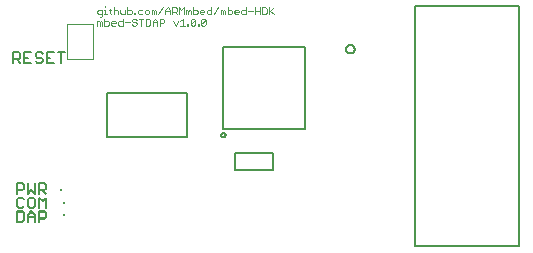
<source format=gto>
G75*
%MOIN*%
%OFA0B0*%
%FSLAX25Y25*%
%IPPOS*%
%LPD*%
%AMOC8*
5,1,8,0,0,1.08239X$1,22.5*
%
%ADD10C,0.00500*%
%ADD11C,0.00200*%
%ADD12R,0.00984X0.00984*%
%ADD13C,0.00394*%
D10*
X0031621Y0027059D02*
X0031037Y0027643D01*
X0029869Y0027643D01*
X0029286Y0027059D01*
X0029286Y0024724D01*
X0029869Y0024140D01*
X0031037Y0024140D01*
X0031621Y0024724D01*
X0034720Y0027643D02*
X0033553Y0027643D01*
X0032969Y0027059D01*
X0032969Y0024724D01*
X0033553Y0024140D01*
X0034720Y0024140D01*
X0035304Y0024724D01*
X0035304Y0027059D01*
X0034720Y0027643D01*
X0036652Y0024140D02*
X0036652Y0027643D01*
X0037819Y0026475D01*
X0038987Y0027643D01*
X0038987Y0024140D01*
X0029256Y0028880D02*
X0029256Y0032383D01*
X0031007Y0032383D01*
X0031591Y0031799D01*
X0031591Y0030631D01*
X0031007Y0030048D01*
X0029256Y0030048D01*
X0032939Y0032383D02*
X0032939Y0028880D01*
X0034106Y0030048D01*
X0035274Y0028880D01*
X0035274Y0032383D01*
X0036622Y0028880D02*
X0036622Y0032383D01*
X0038373Y0032383D01*
X0038957Y0031799D01*
X0038957Y0030631D01*
X0038373Y0030048D01*
X0036622Y0030048D01*
X0037789Y0030048D02*
X0038957Y0028880D01*
X0029286Y0022973D02*
X0029286Y0019470D01*
X0031037Y0019470D01*
X0031621Y0020054D01*
X0031621Y0022389D01*
X0031037Y0022973D01*
X0029286Y0022973D01*
X0032969Y0019470D02*
X0032969Y0021805D01*
X0034136Y0022973D01*
X0035304Y0021805D01*
X0035304Y0019470D01*
X0035304Y0021221D02*
X0032969Y0021221D01*
X0036652Y0019470D02*
X0036652Y0022973D01*
X0038403Y0022973D01*
X0038987Y0022389D01*
X0038987Y0021221D01*
X0038403Y0020638D01*
X0036652Y0020638D01*
X0029231Y0028880D02*
X0029231Y0032383D01*
X0030982Y0032383D01*
X0031566Y0031799D01*
X0031566Y0030631D01*
X0030982Y0030048D01*
X0029231Y0030048D01*
X0032914Y0032383D02*
X0032914Y0028880D01*
X0034081Y0030048D01*
X0035249Y0028880D01*
X0035249Y0032383D01*
X0036597Y0028880D02*
X0036597Y0032383D01*
X0038348Y0032383D01*
X0038932Y0031799D01*
X0038932Y0030631D01*
X0038348Y0030048D01*
X0036597Y0030048D01*
X0037764Y0030048D02*
X0038932Y0028880D01*
X0029286Y0023023D02*
X0029286Y0019520D01*
X0031037Y0019520D01*
X0031621Y0020104D01*
X0031621Y0022439D01*
X0031037Y0023023D01*
X0029286Y0023023D01*
X0032969Y0019520D02*
X0032969Y0021855D01*
X0034136Y0023023D01*
X0035304Y0021855D01*
X0035304Y0019520D01*
X0035304Y0021271D02*
X0032969Y0021271D01*
X0036652Y0019520D02*
X0036652Y0023023D01*
X0038403Y0023023D01*
X0038987Y0022439D01*
X0038987Y0021271D01*
X0038403Y0020688D01*
X0036652Y0020688D01*
X0028131Y0072530D02*
X0028131Y0076033D01*
X0029882Y0076033D01*
X0030466Y0075449D01*
X0030466Y0074281D01*
X0029882Y0073698D01*
X0028131Y0073698D01*
X0029298Y0073698D02*
X0030466Y0072530D01*
X0034149Y0076033D02*
X0031814Y0076033D01*
X0031814Y0072530D01*
X0034149Y0072530D01*
X0032981Y0074281D02*
X0031814Y0074281D01*
X0037832Y0075449D02*
X0037248Y0076033D01*
X0036081Y0076033D01*
X0035497Y0075449D01*
X0035497Y0074865D01*
X0036081Y0074281D01*
X0037248Y0074281D01*
X0037832Y0073698D01*
X0037832Y0073114D01*
X0037248Y0072530D01*
X0036081Y0072530D01*
X0035497Y0073114D01*
X0041515Y0076033D02*
X0039180Y0076033D01*
X0039180Y0072530D01*
X0041515Y0072530D01*
X0040348Y0074281D02*
X0039180Y0074281D01*
X0044031Y0072530D02*
X0044031Y0076033D01*
X0045198Y0076033D02*
X0042863Y0076033D01*
X0085846Y0047950D02*
X0059468Y0047950D01*
X0059468Y0062517D01*
X0085846Y0062517D01*
X0085846Y0047950D01*
X0097903Y0050453D02*
X0125462Y0050453D01*
X0125462Y0078012D01*
X0097903Y0078012D01*
X0097903Y0050453D01*
X0097377Y0048575D02*
X0097379Y0048629D01*
X0097385Y0048682D01*
X0097395Y0048735D01*
X0097409Y0048787D01*
X0097426Y0048838D01*
X0097448Y0048888D01*
X0097472Y0048936D01*
X0097501Y0048981D01*
X0097532Y0049025D01*
X0097567Y0049066D01*
X0097605Y0049105D01*
X0097645Y0049140D01*
X0097688Y0049173D01*
X0097734Y0049202D01*
X0097781Y0049228D01*
X0097830Y0049250D01*
X0097881Y0049268D01*
X0097933Y0049283D01*
X0097985Y0049294D01*
X0098039Y0049301D01*
X0098093Y0049304D01*
X0098146Y0049303D01*
X0098200Y0049298D01*
X0098253Y0049289D01*
X0098306Y0049276D01*
X0098357Y0049260D01*
X0098407Y0049239D01*
X0098455Y0049215D01*
X0098501Y0049188D01*
X0098545Y0049157D01*
X0098587Y0049123D01*
X0098626Y0049086D01*
X0098663Y0049046D01*
X0098696Y0049003D01*
X0098726Y0048959D01*
X0098752Y0048912D01*
X0098776Y0048863D01*
X0098795Y0048813D01*
X0098811Y0048762D01*
X0098823Y0048709D01*
X0098831Y0048656D01*
X0098835Y0048602D01*
X0098835Y0048548D01*
X0098831Y0048494D01*
X0098823Y0048441D01*
X0098811Y0048388D01*
X0098795Y0048337D01*
X0098776Y0048287D01*
X0098752Y0048238D01*
X0098726Y0048191D01*
X0098696Y0048147D01*
X0098663Y0048104D01*
X0098626Y0048064D01*
X0098587Y0048027D01*
X0098545Y0047993D01*
X0098501Y0047962D01*
X0098455Y0047935D01*
X0098407Y0047911D01*
X0098357Y0047890D01*
X0098306Y0047874D01*
X0098253Y0047861D01*
X0098200Y0047852D01*
X0098146Y0047847D01*
X0098093Y0047846D01*
X0098039Y0047849D01*
X0097985Y0047856D01*
X0097933Y0047867D01*
X0097881Y0047882D01*
X0097830Y0047900D01*
X0097781Y0047922D01*
X0097734Y0047948D01*
X0097688Y0047977D01*
X0097645Y0048010D01*
X0097605Y0048045D01*
X0097567Y0048084D01*
X0097532Y0048125D01*
X0097501Y0048169D01*
X0097472Y0048214D01*
X0097448Y0048262D01*
X0097426Y0048312D01*
X0097409Y0048363D01*
X0097395Y0048415D01*
X0097385Y0048468D01*
X0097379Y0048521D01*
X0097377Y0048575D01*
X0114630Y0036944D02*
X0102032Y0036944D01*
X0102032Y0042456D01*
X0114630Y0042456D01*
X0114630Y0036944D01*
X0162148Y0091450D02*
X0162148Y0011450D01*
X0196794Y0011450D01*
X0196794Y0091450D01*
X0162148Y0091450D01*
X0138995Y0077222D02*
X0138997Y0077298D01*
X0139003Y0077373D01*
X0139013Y0077448D01*
X0139027Y0077522D01*
X0139044Y0077595D01*
X0139066Y0077668D01*
X0139091Y0077739D01*
X0139120Y0077809D01*
X0139152Y0077877D01*
X0139188Y0077943D01*
X0139228Y0078008D01*
X0139271Y0078070D01*
X0139317Y0078130D01*
X0139366Y0078188D01*
X0139418Y0078242D01*
X0139472Y0078294D01*
X0139530Y0078343D01*
X0139590Y0078389D01*
X0139652Y0078432D01*
X0139716Y0078472D01*
X0139783Y0078508D01*
X0139851Y0078540D01*
X0139921Y0078569D01*
X0139992Y0078594D01*
X0140065Y0078616D01*
X0140138Y0078633D01*
X0140212Y0078647D01*
X0140287Y0078657D01*
X0140362Y0078663D01*
X0140438Y0078665D01*
X0140514Y0078663D01*
X0140589Y0078657D01*
X0140664Y0078647D01*
X0140738Y0078633D01*
X0140811Y0078616D01*
X0140884Y0078594D01*
X0140955Y0078569D01*
X0141025Y0078540D01*
X0141093Y0078508D01*
X0141159Y0078472D01*
X0141224Y0078432D01*
X0141286Y0078389D01*
X0141346Y0078343D01*
X0141404Y0078294D01*
X0141458Y0078242D01*
X0141510Y0078188D01*
X0141559Y0078130D01*
X0141605Y0078070D01*
X0141648Y0078008D01*
X0141688Y0077944D01*
X0141724Y0077877D01*
X0141756Y0077809D01*
X0141785Y0077739D01*
X0141810Y0077668D01*
X0141832Y0077595D01*
X0141849Y0077522D01*
X0141863Y0077448D01*
X0141873Y0077373D01*
X0141879Y0077298D01*
X0141881Y0077222D01*
X0141879Y0077146D01*
X0141873Y0077071D01*
X0141863Y0076996D01*
X0141849Y0076922D01*
X0141832Y0076849D01*
X0141810Y0076776D01*
X0141785Y0076705D01*
X0141756Y0076635D01*
X0141724Y0076567D01*
X0141688Y0076501D01*
X0141648Y0076436D01*
X0141605Y0076374D01*
X0141559Y0076314D01*
X0141510Y0076256D01*
X0141458Y0076202D01*
X0141404Y0076150D01*
X0141346Y0076101D01*
X0141286Y0076055D01*
X0141224Y0076012D01*
X0141160Y0075972D01*
X0141093Y0075936D01*
X0141025Y0075904D01*
X0140955Y0075875D01*
X0140884Y0075850D01*
X0140811Y0075828D01*
X0140738Y0075811D01*
X0140664Y0075797D01*
X0140589Y0075787D01*
X0140514Y0075781D01*
X0140438Y0075779D01*
X0140362Y0075781D01*
X0140287Y0075787D01*
X0140212Y0075797D01*
X0140138Y0075811D01*
X0140065Y0075828D01*
X0139992Y0075850D01*
X0139921Y0075875D01*
X0139851Y0075904D01*
X0139783Y0075936D01*
X0139717Y0075972D01*
X0139652Y0076012D01*
X0139590Y0076055D01*
X0139530Y0076101D01*
X0139472Y0076150D01*
X0139418Y0076202D01*
X0139366Y0076256D01*
X0139317Y0076314D01*
X0139271Y0076374D01*
X0139228Y0076436D01*
X0139188Y0076500D01*
X0139152Y0076567D01*
X0139120Y0076635D01*
X0139091Y0076705D01*
X0139066Y0076776D01*
X0139044Y0076849D01*
X0139027Y0076922D01*
X0139013Y0076996D01*
X0139003Y0077071D01*
X0138997Y0077146D01*
X0138995Y0077222D01*
D11*
X0056898Y0087963D02*
X0057282Y0087963D01*
X0057665Y0088346D01*
X0057665Y0090265D01*
X0056514Y0090265D01*
X0056131Y0089881D01*
X0056131Y0089114D01*
X0056514Y0088730D01*
X0057665Y0088730D01*
X0058433Y0090265D02*
X0058816Y0090265D01*
X0058816Y0088730D01*
X0058433Y0088730D02*
X0059200Y0088730D01*
X0058816Y0091032D02*
X0058816Y0091416D01*
X0060351Y0090648D02*
X0060351Y0089114D01*
X0060734Y0088730D01*
X0060734Y0090265D02*
X0059967Y0090265D01*
X0061502Y0091032D02*
X0061502Y0088730D01*
X0061502Y0089881D02*
X0061885Y0090265D01*
X0062653Y0090265D01*
X0063036Y0089881D01*
X0063036Y0088730D01*
X0063804Y0090265D02*
X0063804Y0089114D01*
X0064187Y0088730D01*
X0065338Y0088730D01*
X0065338Y0090265D01*
X0066106Y0091032D02*
X0066106Y0088730D01*
X0067257Y0088730D01*
X0067640Y0089114D01*
X0067640Y0089881D01*
X0067257Y0090265D01*
X0066106Y0090265D01*
X0068408Y0088730D02*
X0068408Y0089114D01*
X0068791Y0089114D01*
X0068791Y0088730D01*
X0068408Y0088730D01*
X0071093Y0090265D02*
X0069942Y0090265D01*
X0069559Y0089881D01*
X0069559Y0089114D01*
X0069942Y0088730D01*
X0071093Y0088730D01*
X0072244Y0088730D02*
X0073012Y0088730D01*
X0073395Y0089114D01*
X0073395Y0089881D01*
X0073012Y0090265D01*
X0072244Y0090265D01*
X0071861Y0089881D01*
X0071861Y0089114D01*
X0072244Y0088730D01*
X0074163Y0088730D02*
X0074163Y0090265D01*
X0074546Y0090265D01*
X0074930Y0089881D01*
X0074930Y0088730D01*
X0074930Y0089881D02*
X0075313Y0090265D01*
X0075697Y0089881D01*
X0075697Y0088730D01*
X0076464Y0088730D02*
X0077999Y0091032D01*
X0078766Y0088730D02*
X0078766Y0090265D01*
X0079534Y0091032D01*
X0080301Y0090265D01*
X0080301Y0088730D01*
X0080301Y0089881D02*
X0078766Y0089881D01*
X0081068Y0088730D02*
X0081068Y0091032D01*
X0082219Y0091032D01*
X0082603Y0090648D01*
X0082603Y0089881D01*
X0082219Y0089497D01*
X0081068Y0089497D01*
X0081836Y0089497D02*
X0082603Y0088730D01*
X0083370Y0088730D02*
X0083370Y0091032D01*
X0084138Y0090265D01*
X0084905Y0091032D01*
X0084905Y0088730D01*
X0085672Y0088730D02*
X0085672Y0090265D01*
X0086056Y0090265D01*
X0086440Y0089881D01*
X0086440Y0088730D01*
X0086440Y0089881D02*
X0086823Y0090265D01*
X0087207Y0089881D01*
X0087207Y0088730D01*
X0087974Y0091032D02*
X0087974Y0088730D01*
X0089125Y0088730D01*
X0089509Y0089114D01*
X0089509Y0089881D01*
X0089125Y0090265D01*
X0087974Y0090265D01*
X0091427Y0088730D02*
X0090660Y0088730D01*
X0090276Y0089114D01*
X0090276Y0089881D01*
X0090660Y0090265D01*
X0091427Y0090265D01*
X0091811Y0089881D01*
X0091811Y0089497D01*
X0090276Y0089497D01*
X0094113Y0091032D02*
X0094113Y0088730D01*
X0092962Y0088730D01*
X0092578Y0089114D01*
X0092578Y0089881D01*
X0092962Y0090265D01*
X0094113Y0090265D01*
X0094880Y0088730D02*
X0096415Y0091032D01*
X0097182Y0088730D02*
X0097182Y0090265D01*
X0097566Y0090265D01*
X0097949Y0089881D01*
X0097949Y0088730D01*
X0097949Y0089881D02*
X0098333Y0090265D01*
X0098717Y0089881D01*
X0098717Y0088730D01*
X0099484Y0091032D02*
X0099484Y0088730D01*
X0100635Y0088730D01*
X0101019Y0089114D01*
X0101019Y0089881D01*
X0100635Y0090265D01*
X0099484Y0090265D01*
X0102937Y0088730D02*
X0102170Y0088730D01*
X0101786Y0089114D01*
X0101786Y0089881D01*
X0102170Y0090265D01*
X0102937Y0090265D01*
X0103321Y0089881D01*
X0103321Y0089497D01*
X0101786Y0089497D01*
X0105623Y0091032D02*
X0105623Y0088730D01*
X0104472Y0088730D01*
X0104088Y0089114D01*
X0104088Y0089881D01*
X0104472Y0090265D01*
X0105623Y0090265D01*
X0106390Y0089881D02*
X0107925Y0089881D01*
X0108692Y0088730D02*
X0108692Y0091032D01*
X0108692Y0089881D02*
X0110227Y0089881D01*
X0110227Y0091032D02*
X0110227Y0088730D01*
X0110994Y0091032D02*
X0110994Y0088730D01*
X0112145Y0088730D01*
X0112528Y0089114D01*
X0112528Y0090648D01*
X0112145Y0091032D01*
X0110994Y0091032D01*
X0113296Y0091032D02*
X0113296Y0088730D01*
X0113296Y0089497D02*
X0114830Y0091032D01*
X0113679Y0089881D02*
X0114830Y0088730D01*
X0056131Y0084980D02*
X0056131Y0086515D01*
X0056514Y0086515D01*
X0056898Y0086131D01*
X0056898Y0084980D01*
X0056898Y0086131D02*
X0057282Y0086515D01*
X0057665Y0086131D01*
X0057665Y0084980D01*
X0058433Y0087282D02*
X0058433Y0084980D01*
X0059583Y0084980D01*
X0059967Y0085364D01*
X0059967Y0086131D01*
X0059583Y0086515D01*
X0058433Y0086515D01*
X0061885Y0084980D02*
X0061118Y0084980D01*
X0060734Y0085364D01*
X0060734Y0086131D01*
X0061118Y0086515D01*
X0061885Y0086515D01*
X0062269Y0086131D01*
X0062269Y0085747D01*
X0060734Y0085747D01*
X0064571Y0087282D02*
X0064571Y0084980D01*
X0063420Y0084980D01*
X0063036Y0085364D01*
X0063036Y0086131D01*
X0063420Y0086515D01*
X0064571Y0086515D01*
X0065338Y0086131D02*
X0066873Y0086131D01*
X0069175Y0086898D02*
X0068791Y0087282D01*
X0068024Y0087282D01*
X0067640Y0086898D01*
X0067640Y0086515D01*
X0068024Y0086131D01*
X0068791Y0086131D01*
X0069175Y0085747D01*
X0069175Y0085364D01*
X0068791Y0084980D01*
X0068024Y0084980D01*
X0067640Y0085364D01*
X0070710Y0084980D02*
X0070710Y0087282D01*
X0071477Y0087282D02*
X0069942Y0087282D01*
X0072244Y0087282D02*
X0072244Y0084980D01*
X0073395Y0084980D01*
X0073779Y0085364D01*
X0073779Y0086898D01*
X0073395Y0087282D01*
X0072244Y0087282D01*
X0074546Y0084980D02*
X0074546Y0086515D01*
X0075314Y0087282D01*
X0076081Y0086515D01*
X0076081Y0084980D01*
X0076081Y0086131D02*
X0074546Y0086131D01*
X0076848Y0084980D02*
X0076848Y0087282D01*
X0077999Y0087282D01*
X0078383Y0086898D01*
X0078383Y0086131D01*
X0077999Y0085747D01*
X0076848Y0085747D01*
X0081452Y0086515D02*
X0082219Y0084980D01*
X0082987Y0086515D01*
X0083754Y0086515D02*
X0084521Y0087282D01*
X0084521Y0084980D01*
X0083754Y0084980D02*
X0085289Y0084980D01*
X0086056Y0084980D02*
X0086056Y0085364D01*
X0086440Y0085364D01*
X0086440Y0084980D01*
X0086056Y0084980D01*
X0087207Y0085364D02*
X0087207Y0086898D01*
X0087591Y0087282D01*
X0088358Y0087282D01*
X0088742Y0086898D01*
X0088742Y0085364D01*
X0088358Y0084980D01*
X0087591Y0084980D01*
X0087207Y0085364D01*
X0088742Y0086898D01*
X0089509Y0084980D02*
X0089509Y0085364D01*
X0089893Y0085364D01*
X0089893Y0084980D01*
X0089509Y0084980D01*
X0090660Y0085364D02*
X0090660Y0086898D01*
X0091044Y0087282D01*
X0091811Y0087282D01*
X0092195Y0086898D01*
X0092195Y0085364D01*
X0091811Y0084980D01*
X0091044Y0084980D01*
X0090660Y0085364D01*
X0092195Y0086898D01*
D12*
X0043988Y0030125D03*
X0044948Y0021750D03*
X0044848Y0025900D03*
D13*
X0046025Y0073719D02*
X0046025Y0085531D01*
X0054686Y0085531D01*
X0054686Y0073719D01*
X0046025Y0073719D01*
M02*

</source>
